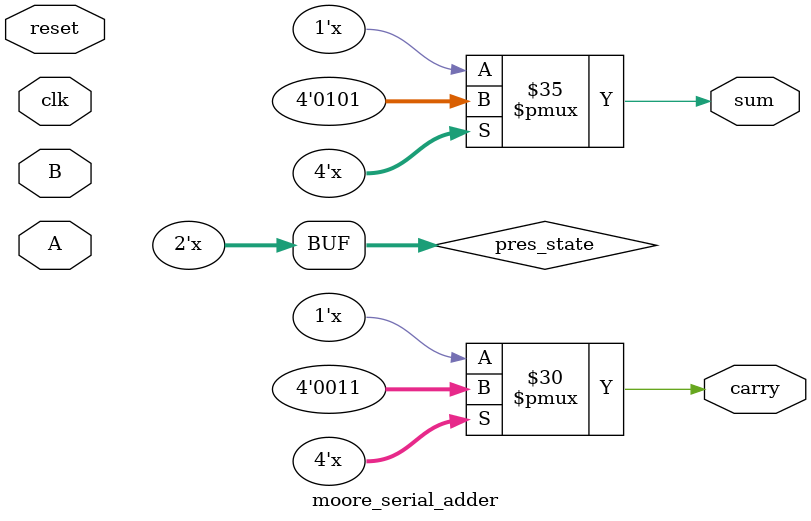
<source format=v>
module moore_serial_adder(sum, carry, A, B, clk, reset);
output sum, carry;
input A, B, clk, reset;
reg sum, carry;
reg [1:0] pres_state;
parameter	S0 = 2'b00,
		S1 = 2'b01,
		S2 = 2'b10,
		S3 = 2'b11;

initial
	pres_state = S0;

always@(reset)
begin
	if(reset == 1'b1)
		pres_state = S0;
end

always@(A or B)
begin
	case(pres_state)
	S0:
		if(A == 1'b0 && B == 1'b0)
			pres_state = S0;
		else if(A == 1'b1 && B == 1'b1)
			pres_state = S2;
		else 
			pres_state = S1;
	S1:
		if(A == 1'b0 && B == 1'b0)
			pres_state = S0;
		else if(A == 1'b1 && B == 1'b1)
			pres_state = S2;
		else 
			pres_state = S1;
	S2:
		if(A == 1'b0 && B == 1'b0)
			pres_state = S1;
		else if(A == 1'b1 && B == 1'b1)
			pres_state = S3;
		else 
			pres_state = S2;
	S3:
		if(A == 1'b0 && B == 1'b0)
			pres_state = S1;
		else if(A == 1'b1 && B == 1'b1)
			pres_state = S3;
		else 
			pres_state = S2;
	endcase
end

always@(clk)
begin
	case(pres_state)
	S0:
		begin
		sum = 1'b0;
		carry = 1'b0;
		end
	S1:
		begin
		sum = 1'b1;
		carry = 1'b0;
		end
	S2:
		begin
		sum = 1'b0;
		carry = 1'b1;
		end
	S3:
		begin
		sum = 1'b1;
		carry = 1'b1;
		end
	endcase
end
endmodule

</source>
